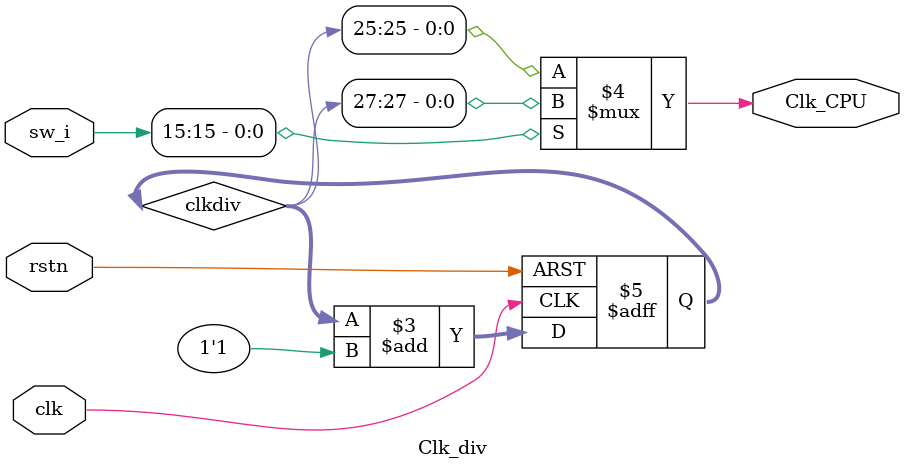
<source format=v>
`timescale 1ns / 1ps


module Clk_div(
    input clk,
    input rstn,
    input[15:0] sw_i,
    output Clk_CPU
    );
    
    reg[31:0] clkdiv;
    // Ê±ÖÓ·ÖÆµ
    always@(posedge clk or negedge rstn) begin
        if (!rstn) clkdiv <= 0;
        else clkdiv <= clkdiv + 1'b1; 
    end
    assign Clk_CPU = (sw_i[15]) ? clkdiv[27] : clkdiv[25];

endmodule

</source>
